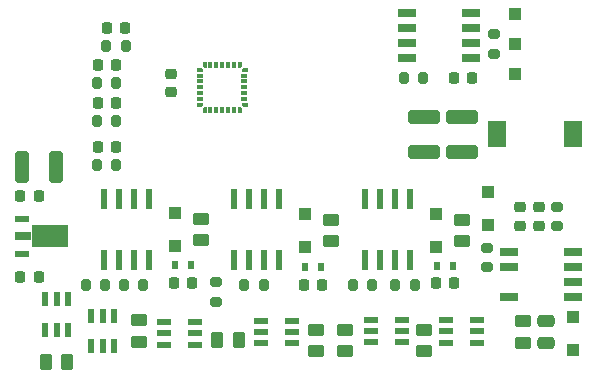
<source format=gbr>
%TF.GenerationSoftware,KiCad,Pcbnew,7.0.5*%
%TF.CreationDate,2023-08-21T12:06:50+01:00*%
%TF.ProjectId,ESC_Control_Board_STM32G071_V2,4553435f-436f-46e7-9472-6f6c5f426f61,rev?*%
%TF.SameCoordinates,Original*%
%TF.FileFunction,Paste,Top*%
%TF.FilePolarity,Positive*%
%FSLAX46Y46*%
G04 Gerber Fmt 4.6, Leading zero omitted, Abs format (unit mm)*
G04 Created by KiCad (PCBNEW 7.0.5) date 2023-08-21 12:06:50*
%MOMM*%
%LPD*%
G01*
G04 APERTURE LIST*
G04 Aperture macros list*
%AMRoundRect*
0 Rectangle with rounded corners*
0 $1 Rounding radius*
0 $2 $3 $4 $5 $6 $7 $8 $9 X,Y pos of 4 corners*
0 Add a 4 corners polygon primitive as box body*
4,1,4,$2,$3,$4,$5,$6,$7,$8,$9,$2,$3,0*
0 Add four circle primitives for the rounded corners*
1,1,$1+$1,$2,$3*
1,1,$1+$1,$4,$5*
1,1,$1+$1,$6,$7*
1,1,$1+$1,$8,$9*
0 Add four rect primitives between the rounded corners*
20,1,$1+$1,$2,$3,$4,$5,0*
20,1,$1+$1,$4,$5,$6,$7,0*
20,1,$1+$1,$6,$7,$8,$9,0*
20,1,$1+$1,$8,$9,$2,$3,0*%
%AMFreePoly0*
4,1,6,0.152400,-0.104000,0.002400,-0.254000,-0.152400,-0.254000,-0.152400,0.254000,0.152400,0.254000,0.152400,-0.104000,0.152400,-0.104000,$1*%
%AMFreePoly1*
4,1,6,0.152400,-0.254000,-0.002400,-0.254000,-0.152400,-0.104000,-0.152400,0.254000,0.152400,0.254000,0.152400,-0.254000,0.152400,-0.254000,$1*%
%AMFreePoly2*
4,1,6,0.152400,-0.254000,-0.152400,-0.254000,-0.152400,0.104000,-0.002400,0.254000,0.152400,0.254000,0.152400,-0.254000,0.152400,-0.254000,$1*%
%AMFreePoly3*
4,1,6,0.152400,0.104000,0.152400,-0.254000,-0.152400,-0.254000,-0.152400,0.254000,0.002400,0.254000,0.152400,0.104000,0.152400,0.104000,$1*%
G04 Aperture macros list end*
%ADD10FreePoly0,90.000000*%
%ADD11R,0.558800X0.304800*%
%ADD12FreePoly1,90.000000*%
%ADD13FreePoly2,0.000000*%
%ADD14R,0.304800X0.558800*%
%ADD15FreePoly3,0.000000*%
%ADD16FreePoly2,90.000000*%
%ADD17FreePoly3,90.000000*%
%ADD18FreePoly0,0.000000*%
%ADD19FreePoly1,0.000000*%
%ADD20R,1.500000X0.650000*%
%ADD21R,1.300000X0.550000*%
%ADD22R,1.475000X0.800000*%
%ADD23R,3.125000X1.850000*%
%ADD24RoundRect,0.250000X-0.475000X0.250000X-0.475000X-0.250000X0.475000X-0.250000X0.475000X0.250000X0*%
%ADD25R,1.000000X1.000000*%
%ADD26R,1.100000X1.100000*%
%ADD27RoundRect,0.200000X0.275000X-0.200000X0.275000X0.200000X-0.275000X0.200000X-0.275000X-0.200000X0*%
%ADD28RoundRect,0.200000X0.200000X0.275000X-0.200000X0.275000X-0.200000X-0.275000X0.200000X-0.275000X0*%
%ADD29RoundRect,0.225000X-0.225000X-0.250000X0.225000X-0.250000X0.225000X0.250000X-0.225000X0.250000X0*%
%ADD30RoundRect,0.225000X0.250000X-0.225000X0.250000X0.225000X-0.250000X0.225000X-0.250000X-0.225000X0*%
%ADD31RoundRect,0.250000X-0.262500X-0.450000X0.262500X-0.450000X0.262500X0.450000X-0.262500X0.450000X0*%
%ADD32RoundRect,0.225000X0.225000X0.250000X-0.225000X0.250000X-0.225000X-0.250000X0.225000X-0.250000X0*%
%ADD33RoundRect,0.250000X0.450000X-0.262500X0.450000X0.262500X-0.450000X0.262500X-0.450000X-0.262500X0*%
%ADD34R,1.150000X0.600000*%
%ADD35R,0.600000X0.700000*%
%ADD36R,0.600000X1.750000*%
%ADD37RoundRect,0.250000X0.325000X1.100000X-0.325000X1.100000X-0.325000X-1.100000X0.325000X-1.100000X0*%
%ADD38RoundRect,0.250000X-0.450000X0.262500X-0.450000X-0.262500X0.450000X-0.262500X0.450000X0.262500X0*%
%ADD39RoundRect,0.200000X-0.200000X-0.275000X0.200000X-0.275000X0.200000X0.275000X-0.200000X0.275000X0*%
%ADD40R,0.600000X1.150000*%
%ADD41RoundRect,0.250000X-1.100000X0.325000X-1.100000X-0.325000X1.100000X-0.325000X1.100000X0.325000X0*%
%ADD42R,1.500000X2.200000*%
%ADD43RoundRect,0.200000X-0.275000X0.200000X-0.275000X-0.200000X0.275000X-0.200000X0.275000X0.200000X0*%
%ADD44RoundRect,0.225000X-0.250000X0.225000X-0.250000X-0.225000X0.250000X-0.225000X0.250000X0.225000X0*%
G04 APERTURE END LIST*
D10*
%TO.C,U11*%
X125425000Y-53775000D03*
D11*
X125450000Y-54274999D03*
X125450000Y-54775001D03*
X125450000Y-55275000D03*
X125450000Y-55774999D03*
X125450000Y-56275001D03*
D12*
X125425000Y-56775000D03*
D13*
X125825000Y-57175000D03*
D14*
X126324999Y-57150000D03*
X126825001Y-57150000D03*
X127325000Y-57150000D03*
X127824999Y-57150000D03*
X128325001Y-57150000D03*
D15*
X128825000Y-57175000D03*
D16*
X129225000Y-56775000D03*
D11*
X129200000Y-56275001D03*
X129200000Y-55774999D03*
X129200000Y-55275000D03*
X129200000Y-54775001D03*
X129200000Y-54274999D03*
D17*
X129225000Y-53775000D03*
D18*
X128825000Y-53375000D03*
D14*
X128325001Y-53400000D03*
X127824999Y-53400000D03*
X127325000Y-53400000D03*
X126825001Y-53400000D03*
X126324999Y-53400000D03*
D19*
X125825000Y-53375000D03*
%TD*%
D20*
%TO.C,IC5*%
X148400000Y-52805000D03*
X148400000Y-51535000D03*
X148400000Y-50265000D03*
X148400000Y-48995000D03*
X143000000Y-48995000D03*
X143000000Y-50265000D03*
X143000000Y-51535000D03*
X143000000Y-52805000D03*
%TD*%
D21*
%TO.C,IC4*%
X110356000Y-66400000D03*
D22*
X110444000Y-67900000D03*
D21*
X110356000Y-69400000D03*
D23*
X112744000Y-67900000D03*
%TD*%
D20*
%TO.C,U10*%
X151600000Y-69195000D03*
X151600000Y-70465000D03*
X151600000Y-73005000D03*
X157000000Y-73005000D03*
X157000000Y-71735000D03*
X157000000Y-70465000D03*
X157000000Y-69195000D03*
%TD*%
D24*
%TO.C,C11*%
X154700000Y-75050000D03*
X154700000Y-76950000D03*
%TD*%
D25*
%TO.C,J2*%
X152100000Y-49100000D03*
X152100000Y-51600000D03*
X152100000Y-54100000D03*
%TD*%
D26*
%TO.C,D7*%
X157000000Y-74700000D03*
X157000000Y-77500000D03*
%TD*%
D27*
%TO.C,R23*%
X150300000Y-52425000D03*
X150300000Y-50775000D03*
%TD*%
D28*
%TO.C,R14*%
X118365000Y-58110000D03*
X116715000Y-58110000D03*
%TD*%
D29*
%TO.C,C7*%
X134225000Y-72000000D03*
X135775000Y-72000000D03*
%TD*%
D28*
%TO.C,R20*%
X116715000Y-54920000D03*
X118365000Y-54920000D03*
%TD*%
D26*
%TO.C,D8*%
X149800000Y-66900000D03*
X149800000Y-64100000D03*
%TD*%
D28*
%TO.C,R18*%
X116715002Y-61850000D03*
X118365002Y-61850000D03*
%TD*%
D26*
%TO.C,D3*%
X123300000Y-68700000D03*
X123300000Y-65900000D03*
%TD*%
D30*
%TO.C,C17*%
X154100000Y-66975000D03*
X154100000Y-65425000D03*
%TD*%
D28*
%TO.C,R5*%
X130825000Y-72000000D03*
X129175000Y-72000000D03*
%TD*%
D31*
%TO.C,R10*%
X126887500Y-76700000D03*
X128712500Y-76700000D03*
%TD*%
D32*
%TO.C,C12*%
X118314998Y-56610000D03*
X116764998Y-56610000D03*
%TD*%
D26*
%TO.C,D2*%
X134300000Y-68800000D03*
X134300000Y-66000000D03*
%TD*%
D27*
%TO.C,R15*%
X155700000Y-67025000D03*
X155700000Y-65375000D03*
%TD*%
D30*
%TO.C,C18*%
X152500000Y-66975000D03*
X152500000Y-65425000D03*
%TD*%
D29*
%TO.C,C8*%
X123225000Y-71800000D03*
X124775000Y-71800000D03*
%TD*%
D33*
%TO.C,R21*%
X147600000Y-68312500D03*
X147600000Y-66487500D03*
%TD*%
D34*
%TO.C,U5*%
X142500000Y-76850000D03*
X142500000Y-75900000D03*
X142500000Y-74950000D03*
X139900000Y-74950000D03*
X139900000Y-75900000D03*
X139900000Y-76850000D03*
%TD*%
D32*
%TO.C,C24*%
X148475000Y-54500000D03*
X146925000Y-54500000D03*
%TD*%
D33*
%TO.C,R17*%
X125500000Y-68212500D03*
X125500000Y-66387500D03*
%TD*%
D35*
%TO.C,D4*%
X145500000Y-70400000D03*
X146900000Y-70400000D03*
%TD*%
D27*
%TO.C,R16*%
X149700000Y-70525000D03*
X149700000Y-68875000D03*
%TD*%
D34*
%TO.C,U6*%
X130600000Y-75050000D03*
X130600000Y-76000000D03*
X130600000Y-76950000D03*
X133200000Y-76950000D03*
X133200000Y-76000000D03*
X133200000Y-75050000D03*
%TD*%
D32*
%TO.C,C21*%
X116765000Y-60350000D03*
X118315000Y-60350000D03*
%TD*%
D28*
%TO.C,R3*%
X117425000Y-72000000D03*
X115775000Y-72000000D03*
%TD*%
D36*
%TO.C,U3*%
X121105000Y-64750000D03*
X119835000Y-64750000D03*
X118565000Y-64750000D03*
X117295000Y-64750000D03*
X117295000Y-69850000D03*
X118565000Y-69850000D03*
X119835000Y-69850000D03*
X121105000Y-69850000D03*
%TD*%
D37*
%TO.C,C16*%
X113275000Y-62000000D03*
X110325000Y-62000000D03*
%TD*%
D36*
%TO.C,U2*%
X132105000Y-64750000D03*
X130835000Y-64750000D03*
X129565000Y-64750000D03*
X128295000Y-64750000D03*
X128295000Y-69850000D03*
X129565000Y-69850000D03*
X130835000Y-69850000D03*
X132105000Y-69850000D03*
%TD*%
D28*
%TO.C,R6*%
X120625000Y-72000000D03*
X118975000Y-72000000D03*
%TD*%
D32*
%TO.C,C22*%
X116765003Y-53419999D03*
X118315003Y-53419999D03*
%TD*%
D38*
%TO.C,R13*%
X152750000Y-75062500D03*
X152750000Y-76887500D03*
%TD*%
D32*
%TO.C,C14*%
X111775000Y-64500000D03*
X110225000Y-64500000D03*
%TD*%
D28*
%TO.C,R22*%
X119155000Y-51740000D03*
X117505000Y-51740000D03*
%TD*%
D32*
%TO.C,C23*%
X119104999Y-50240001D03*
X117554999Y-50240001D03*
%TD*%
D38*
%TO.C,R8*%
X137700000Y-75787500D03*
X137700000Y-77612500D03*
%TD*%
D39*
%TO.C,R1*%
X138375000Y-72000000D03*
X140025000Y-72000000D03*
%TD*%
D35*
%TO.C,D5*%
X134300000Y-70500000D03*
X135700000Y-70500000D03*
%TD*%
D40*
%TO.C,U9*%
X114250000Y-73200000D03*
X113300000Y-73200000D03*
X112350000Y-73200000D03*
X112350000Y-75800000D03*
X113300000Y-75800000D03*
X114250000Y-75800000D03*
%TD*%
D38*
%TO.C,R9*%
X135300000Y-75787500D03*
X135300000Y-77612500D03*
%TD*%
D29*
%TO.C,C6*%
X145415000Y-71870000D03*
X146965000Y-71870000D03*
%TD*%
D38*
%TO.C,R7*%
X144400000Y-75787500D03*
X144400000Y-77612500D03*
%TD*%
%TO.C,R11*%
X120300000Y-74987500D03*
X120300000Y-76812500D03*
%TD*%
D39*
%TO.C,R4*%
X141975000Y-72000000D03*
X143625000Y-72000000D03*
%TD*%
D33*
%TO.C,R19*%
X136500000Y-68312500D03*
X136500000Y-66487500D03*
%TD*%
D34*
%TO.C,U4*%
X148860000Y-76890000D03*
X148860000Y-75940000D03*
X148860000Y-74990000D03*
X146260000Y-74990000D03*
X146260000Y-75940000D03*
X146260000Y-76890000D03*
%TD*%
D41*
%TO.C,C19*%
X144400000Y-57825000D03*
X144400000Y-60775000D03*
%TD*%
D42*
%TO.C,L1*%
X157000000Y-59200000D03*
X150600000Y-59200000D03*
%TD*%
D43*
%TO.C,R2*%
X126800000Y-71775000D03*
X126800000Y-73425000D03*
%TD*%
D40*
%TO.C,U8*%
X118150000Y-74600000D03*
X117200000Y-74600000D03*
X116250000Y-74600000D03*
X116250000Y-77200000D03*
X117200000Y-77200000D03*
X118150000Y-77200000D03*
%TD*%
D34*
%TO.C,U7*%
X122400000Y-75150000D03*
X122400000Y-76100000D03*
X122400000Y-77050000D03*
X125000000Y-77050000D03*
X125000000Y-76100000D03*
X125000000Y-75150000D03*
%TD*%
D36*
%TO.C,U1*%
X143205000Y-64750000D03*
X141935000Y-64750000D03*
X140665000Y-64750000D03*
X139395000Y-64750000D03*
X139395000Y-69850000D03*
X140665000Y-69850000D03*
X141935000Y-69850000D03*
X143205000Y-69850000D03*
%TD*%
D28*
%TO.C,R24*%
X144325000Y-54500000D03*
X142675000Y-54500000D03*
%TD*%
D41*
%TO.C,C20*%
X147650000Y-57825000D03*
X147650000Y-60775000D03*
%TD*%
D31*
%TO.C,R12*%
X112387500Y-78500000D03*
X114212500Y-78500000D03*
%TD*%
D26*
%TO.C,D1*%
X145400000Y-68800000D03*
X145400000Y-66000000D03*
%TD*%
D35*
%TO.C,D6*%
X123300000Y-70300000D03*
X124700000Y-70300000D03*
%TD*%
D29*
%TO.C,C10*%
X110225000Y-71300000D03*
X111775000Y-71300000D03*
%TD*%
D44*
%TO.C,C5*%
X122975000Y-54100000D03*
X122975000Y-55650000D03*
%TD*%
M02*

</source>
